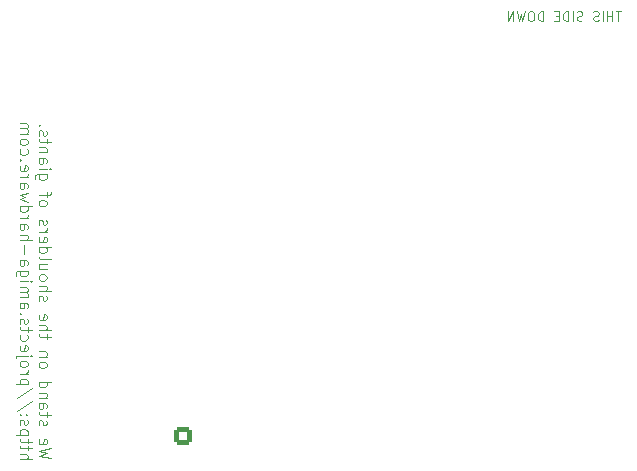
<source format=gbo>
%TF.GenerationSoftware,KiCad,Pcbnew,9.0.5-1.fc42*%
%TF.CreationDate,2025-11-09T17:28:59+08:00*%
%TF.ProjectId,JACC64-16K,4a414343-3634-42d3-9136-4b2e6b696361,rev?*%
%TF.SameCoordinates,Original*%
%TF.FileFunction,Legend,Bot*%
%TF.FilePolarity,Positive*%
%FSLAX46Y46*%
G04 Gerber Fmt 4.6, Leading zero omitted, Abs format (unit mm)*
G04 Created by KiCad (PCBNEW 9.0.5-1.fc42) date 2025-11-09 17:28:59*
%MOMM*%
%LPD*%
G01*
G04 APERTURE LIST*
G04 Aperture macros list*
%AMRoundRect*
0 Rectangle with rounded corners*
0 $1 Rounding radius*
0 $2 $3 $4 $5 $6 $7 $8 $9 X,Y pos of 4 corners*
0 Add a 4 corners polygon primitive as box body*
4,1,4,$2,$3,$4,$5,$6,$7,$8,$9,$2,$3,0*
0 Add four circle primitives for the rounded corners*
1,1,$1+$1,$2,$3*
1,1,$1+$1,$4,$5*
1,1,$1+$1,$6,$7*
1,1,$1+$1,$8,$9*
0 Add four rect primitives between the rounded corners*
20,1,$1+$1,$2,$3,$4,$5,0*
20,1,$1+$1,$4,$5,$6,$7,0*
20,1,$1+$1,$6,$7,$8,$9,0*
20,1,$1+$1,$8,$9,$2,$3,0*%
G04 Aperture macros list end*
%ADD10C,0.100000*%
%ADD11C,0.000000*%
%ADD12RoundRect,0.249999X0.850001X0.850001X-0.850001X0.850001X-0.850001X-0.850001X0.850001X-0.850001X0*%
%ADD13C,2.200000*%
%ADD14C,2.000000*%
%ADD15C,1.600000*%
%ADD16R,1.800000X1.800000*%
%ADD17C,1.800000*%
%ADD18RoundRect,0.250000X0.550000X-0.550000X0.550000X0.550000X-0.550000X0.550000X-0.550000X-0.550000X0*%
G04 APERTURE END LIST*
D10*
X169182922Y-55516570D02*
X168725779Y-55516570D01*
X168954351Y-56316570D02*
X168954351Y-55516570D01*
X168459112Y-56316570D02*
X168459112Y-55516570D01*
X168459112Y-55897522D02*
X168001969Y-55897522D01*
X168001969Y-56316570D02*
X168001969Y-55516570D01*
X167621017Y-56316570D02*
X167621017Y-55516570D01*
X167278161Y-56278475D02*
X167163875Y-56316570D01*
X167163875Y-56316570D02*
X166973399Y-56316570D01*
X166973399Y-56316570D02*
X166897208Y-56278475D01*
X166897208Y-56278475D02*
X166859113Y-56240379D01*
X166859113Y-56240379D02*
X166821018Y-56164189D01*
X166821018Y-56164189D02*
X166821018Y-56087998D01*
X166821018Y-56087998D02*
X166859113Y-56011808D01*
X166859113Y-56011808D02*
X166897208Y-55973713D01*
X166897208Y-55973713D02*
X166973399Y-55935617D01*
X166973399Y-55935617D02*
X167125780Y-55897522D01*
X167125780Y-55897522D02*
X167201970Y-55859427D01*
X167201970Y-55859427D02*
X167240065Y-55821332D01*
X167240065Y-55821332D02*
X167278161Y-55745141D01*
X167278161Y-55745141D02*
X167278161Y-55668951D01*
X167278161Y-55668951D02*
X167240065Y-55592760D01*
X167240065Y-55592760D02*
X167201970Y-55554665D01*
X167201970Y-55554665D02*
X167125780Y-55516570D01*
X167125780Y-55516570D02*
X166935303Y-55516570D01*
X166935303Y-55516570D02*
X166821018Y-55554665D01*
X165906732Y-56278475D02*
X165792446Y-56316570D01*
X165792446Y-56316570D02*
X165601970Y-56316570D01*
X165601970Y-56316570D02*
X165525779Y-56278475D01*
X165525779Y-56278475D02*
X165487684Y-56240379D01*
X165487684Y-56240379D02*
X165449589Y-56164189D01*
X165449589Y-56164189D02*
X165449589Y-56087998D01*
X165449589Y-56087998D02*
X165487684Y-56011808D01*
X165487684Y-56011808D02*
X165525779Y-55973713D01*
X165525779Y-55973713D02*
X165601970Y-55935617D01*
X165601970Y-55935617D02*
X165754351Y-55897522D01*
X165754351Y-55897522D02*
X165830541Y-55859427D01*
X165830541Y-55859427D02*
X165868636Y-55821332D01*
X165868636Y-55821332D02*
X165906732Y-55745141D01*
X165906732Y-55745141D02*
X165906732Y-55668951D01*
X165906732Y-55668951D02*
X165868636Y-55592760D01*
X165868636Y-55592760D02*
X165830541Y-55554665D01*
X165830541Y-55554665D02*
X165754351Y-55516570D01*
X165754351Y-55516570D02*
X165563874Y-55516570D01*
X165563874Y-55516570D02*
X165449589Y-55554665D01*
X165106731Y-56316570D02*
X165106731Y-55516570D01*
X164725779Y-56316570D02*
X164725779Y-55516570D01*
X164725779Y-55516570D02*
X164535303Y-55516570D01*
X164535303Y-55516570D02*
X164421017Y-55554665D01*
X164421017Y-55554665D02*
X164344827Y-55630855D01*
X164344827Y-55630855D02*
X164306732Y-55707046D01*
X164306732Y-55707046D02*
X164268636Y-55859427D01*
X164268636Y-55859427D02*
X164268636Y-55973713D01*
X164268636Y-55973713D02*
X164306732Y-56126094D01*
X164306732Y-56126094D02*
X164344827Y-56202284D01*
X164344827Y-56202284D02*
X164421017Y-56278475D01*
X164421017Y-56278475D02*
X164535303Y-56316570D01*
X164535303Y-56316570D02*
X164725779Y-56316570D01*
X163925779Y-55897522D02*
X163659113Y-55897522D01*
X163544827Y-56316570D02*
X163925779Y-56316570D01*
X163925779Y-56316570D02*
X163925779Y-55516570D01*
X163925779Y-55516570D02*
X163544827Y-55516570D01*
X162592445Y-56316570D02*
X162592445Y-55516570D01*
X162592445Y-55516570D02*
X162401969Y-55516570D01*
X162401969Y-55516570D02*
X162287683Y-55554665D01*
X162287683Y-55554665D02*
X162211493Y-55630855D01*
X162211493Y-55630855D02*
X162173398Y-55707046D01*
X162173398Y-55707046D02*
X162135302Y-55859427D01*
X162135302Y-55859427D02*
X162135302Y-55973713D01*
X162135302Y-55973713D02*
X162173398Y-56126094D01*
X162173398Y-56126094D02*
X162211493Y-56202284D01*
X162211493Y-56202284D02*
X162287683Y-56278475D01*
X162287683Y-56278475D02*
X162401969Y-56316570D01*
X162401969Y-56316570D02*
X162592445Y-56316570D01*
X161640064Y-55516570D02*
X161487683Y-55516570D01*
X161487683Y-55516570D02*
X161411493Y-55554665D01*
X161411493Y-55554665D02*
X161335302Y-55630855D01*
X161335302Y-55630855D02*
X161297207Y-55783236D01*
X161297207Y-55783236D02*
X161297207Y-56049903D01*
X161297207Y-56049903D02*
X161335302Y-56202284D01*
X161335302Y-56202284D02*
X161411493Y-56278475D01*
X161411493Y-56278475D02*
X161487683Y-56316570D01*
X161487683Y-56316570D02*
X161640064Y-56316570D01*
X161640064Y-56316570D02*
X161716255Y-56278475D01*
X161716255Y-56278475D02*
X161792445Y-56202284D01*
X161792445Y-56202284D02*
X161830541Y-56049903D01*
X161830541Y-56049903D02*
X161830541Y-55783236D01*
X161830541Y-55783236D02*
X161792445Y-55630855D01*
X161792445Y-55630855D02*
X161716255Y-55554665D01*
X161716255Y-55554665D02*
X161640064Y-55516570D01*
X161030541Y-55516570D02*
X160840065Y-56316570D01*
X160840065Y-56316570D02*
X160687684Y-55745141D01*
X160687684Y-55745141D02*
X160535303Y-56316570D01*
X160535303Y-56316570D02*
X160344827Y-55516570D01*
X160040064Y-56316570D02*
X160040064Y-55516570D01*
X160040064Y-55516570D02*
X159582921Y-56316570D01*
X159582921Y-56316570D02*
X159582921Y-55516570D01*
X120882053Y-93351134D02*
X119882053Y-93113039D01*
X119882053Y-93113039D02*
X120596339Y-92922563D01*
X120596339Y-92922563D02*
X119882053Y-92732087D01*
X119882053Y-92732087D02*
X120882053Y-92493992D01*
X119929673Y-91732087D02*
X119882053Y-91827325D01*
X119882053Y-91827325D02*
X119882053Y-92017801D01*
X119882053Y-92017801D02*
X119929673Y-92113039D01*
X119929673Y-92113039D02*
X120024911Y-92160658D01*
X120024911Y-92160658D02*
X120405863Y-92160658D01*
X120405863Y-92160658D02*
X120501101Y-92113039D01*
X120501101Y-92113039D02*
X120548720Y-92017801D01*
X120548720Y-92017801D02*
X120548720Y-91827325D01*
X120548720Y-91827325D02*
X120501101Y-91732087D01*
X120501101Y-91732087D02*
X120405863Y-91684468D01*
X120405863Y-91684468D02*
X120310625Y-91684468D01*
X120310625Y-91684468D02*
X120215387Y-92160658D01*
X119929673Y-90541610D02*
X119882053Y-90446372D01*
X119882053Y-90446372D02*
X119882053Y-90255896D01*
X119882053Y-90255896D02*
X119929673Y-90160658D01*
X119929673Y-90160658D02*
X120024911Y-90113039D01*
X120024911Y-90113039D02*
X120072530Y-90113039D01*
X120072530Y-90113039D02*
X120167768Y-90160658D01*
X120167768Y-90160658D02*
X120215387Y-90255896D01*
X120215387Y-90255896D02*
X120215387Y-90398753D01*
X120215387Y-90398753D02*
X120263006Y-90493991D01*
X120263006Y-90493991D02*
X120358244Y-90541610D01*
X120358244Y-90541610D02*
X120405863Y-90541610D01*
X120405863Y-90541610D02*
X120501101Y-90493991D01*
X120501101Y-90493991D02*
X120548720Y-90398753D01*
X120548720Y-90398753D02*
X120548720Y-90255896D01*
X120548720Y-90255896D02*
X120501101Y-90160658D01*
X120548720Y-89827324D02*
X120548720Y-89446372D01*
X120882053Y-89684467D02*
X120024911Y-89684467D01*
X120024911Y-89684467D02*
X119929673Y-89636848D01*
X119929673Y-89636848D02*
X119882053Y-89541610D01*
X119882053Y-89541610D02*
X119882053Y-89446372D01*
X119882053Y-88684467D02*
X120405863Y-88684467D01*
X120405863Y-88684467D02*
X120501101Y-88732086D01*
X120501101Y-88732086D02*
X120548720Y-88827324D01*
X120548720Y-88827324D02*
X120548720Y-89017800D01*
X120548720Y-89017800D02*
X120501101Y-89113038D01*
X119929673Y-88684467D02*
X119882053Y-88779705D01*
X119882053Y-88779705D02*
X119882053Y-89017800D01*
X119882053Y-89017800D02*
X119929673Y-89113038D01*
X119929673Y-89113038D02*
X120024911Y-89160657D01*
X120024911Y-89160657D02*
X120120149Y-89160657D01*
X120120149Y-89160657D02*
X120215387Y-89113038D01*
X120215387Y-89113038D02*
X120263006Y-89017800D01*
X120263006Y-89017800D02*
X120263006Y-88779705D01*
X120263006Y-88779705D02*
X120310625Y-88684467D01*
X120548720Y-88208276D02*
X119882053Y-88208276D01*
X120453482Y-88208276D02*
X120501101Y-88160657D01*
X120501101Y-88160657D02*
X120548720Y-88065419D01*
X120548720Y-88065419D02*
X120548720Y-87922562D01*
X120548720Y-87922562D02*
X120501101Y-87827324D01*
X120501101Y-87827324D02*
X120405863Y-87779705D01*
X120405863Y-87779705D02*
X119882053Y-87779705D01*
X119882053Y-86874943D02*
X120882053Y-86874943D01*
X119929673Y-86874943D02*
X119882053Y-86970181D01*
X119882053Y-86970181D02*
X119882053Y-87160657D01*
X119882053Y-87160657D02*
X119929673Y-87255895D01*
X119929673Y-87255895D02*
X119977292Y-87303514D01*
X119977292Y-87303514D02*
X120072530Y-87351133D01*
X120072530Y-87351133D02*
X120358244Y-87351133D01*
X120358244Y-87351133D02*
X120453482Y-87303514D01*
X120453482Y-87303514D02*
X120501101Y-87255895D01*
X120501101Y-87255895D02*
X120548720Y-87160657D01*
X120548720Y-87160657D02*
X120548720Y-86970181D01*
X120548720Y-86970181D02*
X120501101Y-86874943D01*
X119882053Y-85493990D02*
X119929673Y-85589228D01*
X119929673Y-85589228D02*
X119977292Y-85636847D01*
X119977292Y-85636847D02*
X120072530Y-85684466D01*
X120072530Y-85684466D02*
X120358244Y-85684466D01*
X120358244Y-85684466D02*
X120453482Y-85636847D01*
X120453482Y-85636847D02*
X120501101Y-85589228D01*
X120501101Y-85589228D02*
X120548720Y-85493990D01*
X120548720Y-85493990D02*
X120548720Y-85351133D01*
X120548720Y-85351133D02*
X120501101Y-85255895D01*
X120501101Y-85255895D02*
X120453482Y-85208276D01*
X120453482Y-85208276D02*
X120358244Y-85160657D01*
X120358244Y-85160657D02*
X120072530Y-85160657D01*
X120072530Y-85160657D02*
X119977292Y-85208276D01*
X119977292Y-85208276D02*
X119929673Y-85255895D01*
X119929673Y-85255895D02*
X119882053Y-85351133D01*
X119882053Y-85351133D02*
X119882053Y-85493990D01*
X120548720Y-84732085D02*
X119882053Y-84732085D01*
X120453482Y-84732085D02*
X120501101Y-84684466D01*
X120501101Y-84684466D02*
X120548720Y-84589228D01*
X120548720Y-84589228D02*
X120548720Y-84446371D01*
X120548720Y-84446371D02*
X120501101Y-84351133D01*
X120501101Y-84351133D02*
X120405863Y-84303514D01*
X120405863Y-84303514D02*
X119882053Y-84303514D01*
X120548720Y-83208275D02*
X120548720Y-82827323D01*
X120882053Y-83065418D02*
X120024911Y-83065418D01*
X120024911Y-83065418D02*
X119929673Y-83017799D01*
X119929673Y-83017799D02*
X119882053Y-82922561D01*
X119882053Y-82922561D02*
X119882053Y-82827323D01*
X119882053Y-82493989D02*
X120882053Y-82493989D01*
X119882053Y-82065418D02*
X120405863Y-82065418D01*
X120405863Y-82065418D02*
X120501101Y-82113037D01*
X120501101Y-82113037D02*
X120548720Y-82208275D01*
X120548720Y-82208275D02*
X120548720Y-82351132D01*
X120548720Y-82351132D02*
X120501101Y-82446370D01*
X120501101Y-82446370D02*
X120453482Y-82493989D01*
X119929673Y-81208275D02*
X119882053Y-81303513D01*
X119882053Y-81303513D02*
X119882053Y-81493989D01*
X119882053Y-81493989D02*
X119929673Y-81589227D01*
X119929673Y-81589227D02*
X120024911Y-81636846D01*
X120024911Y-81636846D02*
X120405863Y-81636846D01*
X120405863Y-81636846D02*
X120501101Y-81589227D01*
X120501101Y-81589227D02*
X120548720Y-81493989D01*
X120548720Y-81493989D02*
X120548720Y-81303513D01*
X120548720Y-81303513D02*
X120501101Y-81208275D01*
X120501101Y-81208275D02*
X120405863Y-81160656D01*
X120405863Y-81160656D02*
X120310625Y-81160656D01*
X120310625Y-81160656D02*
X120215387Y-81636846D01*
X119929673Y-80017798D02*
X119882053Y-79922560D01*
X119882053Y-79922560D02*
X119882053Y-79732084D01*
X119882053Y-79732084D02*
X119929673Y-79636846D01*
X119929673Y-79636846D02*
X120024911Y-79589227D01*
X120024911Y-79589227D02*
X120072530Y-79589227D01*
X120072530Y-79589227D02*
X120167768Y-79636846D01*
X120167768Y-79636846D02*
X120215387Y-79732084D01*
X120215387Y-79732084D02*
X120215387Y-79874941D01*
X120215387Y-79874941D02*
X120263006Y-79970179D01*
X120263006Y-79970179D02*
X120358244Y-80017798D01*
X120358244Y-80017798D02*
X120405863Y-80017798D01*
X120405863Y-80017798D02*
X120501101Y-79970179D01*
X120501101Y-79970179D02*
X120548720Y-79874941D01*
X120548720Y-79874941D02*
X120548720Y-79732084D01*
X120548720Y-79732084D02*
X120501101Y-79636846D01*
X119882053Y-79160655D02*
X120882053Y-79160655D01*
X119882053Y-78732084D02*
X120405863Y-78732084D01*
X120405863Y-78732084D02*
X120501101Y-78779703D01*
X120501101Y-78779703D02*
X120548720Y-78874941D01*
X120548720Y-78874941D02*
X120548720Y-79017798D01*
X120548720Y-79017798D02*
X120501101Y-79113036D01*
X120501101Y-79113036D02*
X120453482Y-79160655D01*
X119882053Y-78113036D02*
X119929673Y-78208274D01*
X119929673Y-78208274D02*
X119977292Y-78255893D01*
X119977292Y-78255893D02*
X120072530Y-78303512D01*
X120072530Y-78303512D02*
X120358244Y-78303512D01*
X120358244Y-78303512D02*
X120453482Y-78255893D01*
X120453482Y-78255893D02*
X120501101Y-78208274D01*
X120501101Y-78208274D02*
X120548720Y-78113036D01*
X120548720Y-78113036D02*
X120548720Y-77970179D01*
X120548720Y-77970179D02*
X120501101Y-77874941D01*
X120501101Y-77874941D02*
X120453482Y-77827322D01*
X120453482Y-77827322D02*
X120358244Y-77779703D01*
X120358244Y-77779703D02*
X120072530Y-77779703D01*
X120072530Y-77779703D02*
X119977292Y-77827322D01*
X119977292Y-77827322D02*
X119929673Y-77874941D01*
X119929673Y-77874941D02*
X119882053Y-77970179D01*
X119882053Y-77970179D02*
X119882053Y-78113036D01*
X120548720Y-76922560D02*
X119882053Y-76922560D01*
X120548720Y-77351131D02*
X120024911Y-77351131D01*
X120024911Y-77351131D02*
X119929673Y-77303512D01*
X119929673Y-77303512D02*
X119882053Y-77208274D01*
X119882053Y-77208274D02*
X119882053Y-77065417D01*
X119882053Y-77065417D02*
X119929673Y-76970179D01*
X119929673Y-76970179D02*
X119977292Y-76922560D01*
X119882053Y-76303512D02*
X119929673Y-76398750D01*
X119929673Y-76398750D02*
X120024911Y-76446369D01*
X120024911Y-76446369D02*
X120882053Y-76446369D01*
X119882053Y-75493988D02*
X120882053Y-75493988D01*
X119929673Y-75493988D02*
X119882053Y-75589226D01*
X119882053Y-75589226D02*
X119882053Y-75779702D01*
X119882053Y-75779702D02*
X119929673Y-75874940D01*
X119929673Y-75874940D02*
X119977292Y-75922559D01*
X119977292Y-75922559D02*
X120072530Y-75970178D01*
X120072530Y-75970178D02*
X120358244Y-75970178D01*
X120358244Y-75970178D02*
X120453482Y-75922559D01*
X120453482Y-75922559D02*
X120501101Y-75874940D01*
X120501101Y-75874940D02*
X120548720Y-75779702D01*
X120548720Y-75779702D02*
X120548720Y-75589226D01*
X120548720Y-75589226D02*
X120501101Y-75493988D01*
X119929673Y-74636845D02*
X119882053Y-74732083D01*
X119882053Y-74732083D02*
X119882053Y-74922559D01*
X119882053Y-74922559D02*
X119929673Y-75017797D01*
X119929673Y-75017797D02*
X120024911Y-75065416D01*
X120024911Y-75065416D02*
X120405863Y-75065416D01*
X120405863Y-75065416D02*
X120501101Y-75017797D01*
X120501101Y-75017797D02*
X120548720Y-74922559D01*
X120548720Y-74922559D02*
X120548720Y-74732083D01*
X120548720Y-74732083D02*
X120501101Y-74636845D01*
X120501101Y-74636845D02*
X120405863Y-74589226D01*
X120405863Y-74589226D02*
X120310625Y-74589226D01*
X120310625Y-74589226D02*
X120215387Y-75065416D01*
X119882053Y-74160654D02*
X120548720Y-74160654D01*
X120358244Y-74160654D02*
X120453482Y-74113035D01*
X120453482Y-74113035D02*
X120501101Y-74065416D01*
X120501101Y-74065416D02*
X120548720Y-73970178D01*
X120548720Y-73970178D02*
X120548720Y-73874940D01*
X119929673Y-73589225D02*
X119882053Y-73493987D01*
X119882053Y-73493987D02*
X119882053Y-73303511D01*
X119882053Y-73303511D02*
X119929673Y-73208273D01*
X119929673Y-73208273D02*
X120024911Y-73160654D01*
X120024911Y-73160654D02*
X120072530Y-73160654D01*
X120072530Y-73160654D02*
X120167768Y-73208273D01*
X120167768Y-73208273D02*
X120215387Y-73303511D01*
X120215387Y-73303511D02*
X120215387Y-73446368D01*
X120215387Y-73446368D02*
X120263006Y-73541606D01*
X120263006Y-73541606D02*
X120358244Y-73589225D01*
X120358244Y-73589225D02*
X120405863Y-73589225D01*
X120405863Y-73589225D02*
X120501101Y-73541606D01*
X120501101Y-73541606D02*
X120548720Y-73446368D01*
X120548720Y-73446368D02*
X120548720Y-73303511D01*
X120548720Y-73303511D02*
X120501101Y-73208273D01*
X119882053Y-71827320D02*
X119929673Y-71922558D01*
X119929673Y-71922558D02*
X119977292Y-71970177D01*
X119977292Y-71970177D02*
X120072530Y-72017796D01*
X120072530Y-72017796D02*
X120358244Y-72017796D01*
X120358244Y-72017796D02*
X120453482Y-71970177D01*
X120453482Y-71970177D02*
X120501101Y-71922558D01*
X120501101Y-71922558D02*
X120548720Y-71827320D01*
X120548720Y-71827320D02*
X120548720Y-71684463D01*
X120548720Y-71684463D02*
X120501101Y-71589225D01*
X120501101Y-71589225D02*
X120453482Y-71541606D01*
X120453482Y-71541606D02*
X120358244Y-71493987D01*
X120358244Y-71493987D02*
X120072530Y-71493987D01*
X120072530Y-71493987D02*
X119977292Y-71541606D01*
X119977292Y-71541606D02*
X119929673Y-71589225D01*
X119929673Y-71589225D02*
X119882053Y-71684463D01*
X119882053Y-71684463D02*
X119882053Y-71827320D01*
X120548720Y-71208272D02*
X120548720Y-70827320D01*
X119882053Y-71065415D02*
X120739196Y-71065415D01*
X120739196Y-71065415D02*
X120834434Y-71017796D01*
X120834434Y-71017796D02*
X120882053Y-70922558D01*
X120882053Y-70922558D02*
X120882053Y-70827320D01*
X120548720Y-69303510D02*
X119739196Y-69303510D01*
X119739196Y-69303510D02*
X119643958Y-69351129D01*
X119643958Y-69351129D02*
X119596339Y-69398748D01*
X119596339Y-69398748D02*
X119548720Y-69493986D01*
X119548720Y-69493986D02*
X119548720Y-69636843D01*
X119548720Y-69636843D02*
X119596339Y-69732081D01*
X119929673Y-69303510D02*
X119882053Y-69398748D01*
X119882053Y-69398748D02*
X119882053Y-69589224D01*
X119882053Y-69589224D02*
X119929673Y-69684462D01*
X119929673Y-69684462D02*
X119977292Y-69732081D01*
X119977292Y-69732081D02*
X120072530Y-69779700D01*
X120072530Y-69779700D02*
X120358244Y-69779700D01*
X120358244Y-69779700D02*
X120453482Y-69732081D01*
X120453482Y-69732081D02*
X120501101Y-69684462D01*
X120501101Y-69684462D02*
X120548720Y-69589224D01*
X120548720Y-69589224D02*
X120548720Y-69398748D01*
X120548720Y-69398748D02*
X120501101Y-69303510D01*
X119882053Y-68827319D02*
X120548720Y-68827319D01*
X120882053Y-68827319D02*
X120834434Y-68874938D01*
X120834434Y-68874938D02*
X120786815Y-68827319D01*
X120786815Y-68827319D02*
X120834434Y-68779700D01*
X120834434Y-68779700D02*
X120882053Y-68827319D01*
X120882053Y-68827319D02*
X120786815Y-68827319D01*
X119882053Y-67922558D02*
X120405863Y-67922558D01*
X120405863Y-67922558D02*
X120501101Y-67970177D01*
X120501101Y-67970177D02*
X120548720Y-68065415D01*
X120548720Y-68065415D02*
X120548720Y-68255891D01*
X120548720Y-68255891D02*
X120501101Y-68351129D01*
X119929673Y-67922558D02*
X119882053Y-68017796D01*
X119882053Y-68017796D02*
X119882053Y-68255891D01*
X119882053Y-68255891D02*
X119929673Y-68351129D01*
X119929673Y-68351129D02*
X120024911Y-68398748D01*
X120024911Y-68398748D02*
X120120149Y-68398748D01*
X120120149Y-68398748D02*
X120215387Y-68351129D01*
X120215387Y-68351129D02*
X120263006Y-68255891D01*
X120263006Y-68255891D02*
X120263006Y-68017796D01*
X120263006Y-68017796D02*
X120310625Y-67922558D01*
X120548720Y-67446367D02*
X119882053Y-67446367D01*
X120453482Y-67446367D02*
X120501101Y-67398748D01*
X120501101Y-67398748D02*
X120548720Y-67303510D01*
X120548720Y-67303510D02*
X120548720Y-67160653D01*
X120548720Y-67160653D02*
X120501101Y-67065415D01*
X120501101Y-67065415D02*
X120405863Y-67017796D01*
X120405863Y-67017796D02*
X119882053Y-67017796D01*
X120548720Y-66684462D02*
X120548720Y-66303510D01*
X120882053Y-66541605D02*
X120024911Y-66541605D01*
X120024911Y-66541605D02*
X119929673Y-66493986D01*
X119929673Y-66493986D02*
X119882053Y-66398748D01*
X119882053Y-66398748D02*
X119882053Y-66303510D01*
X119929673Y-66017795D02*
X119882053Y-65922557D01*
X119882053Y-65922557D02*
X119882053Y-65732081D01*
X119882053Y-65732081D02*
X119929673Y-65636843D01*
X119929673Y-65636843D02*
X120024911Y-65589224D01*
X120024911Y-65589224D02*
X120072530Y-65589224D01*
X120072530Y-65589224D02*
X120167768Y-65636843D01*
X120167768Y-65636843D02*
X120215387Y-65732081D01*
X120215387Y-65732081D02*
X120215387Y-65874938D01*
X120215387Y-65874938D02*
X120263006Y-65970176D01*
X120263006Y-65970176D02*
X120358244Y-66017795D01*
X120358244Y-66017795D02*
X120405863Y-66017795D01*
X120405863Y-66017795D02*
X120501101Y-65970176D01*
X120501101Y-65970176D02*
X120548720Y-65874938D01*
X120548720Y-65874938D02*
X120548720Y-65732081D01*
X120548720Y-65732081D02*
X120501101Y-65636843D01*
X119977292Y-65160652D02*
X119929673Y-65113033D01*
X119929673Y-65113033D02*
X119882053Y-65160652D01*
X119882053Y-65160652D02*
X119929673Y-65208271D01*
X119929673Y-65208271D02*
X119977292Y-65160652D01*
X119977292Y-65160652D02*
X119882053Y-65160652D01*
X118272109Y-93422560D02*
X119272109Y-93422560D01*
X118272109Y-92993989D02*
X118795919Y-92993989D01*
X118795919Y-92993989D02*
X118891157Y-93041608D01*
X118891157Y-93041608D02*
X118938776Y-93136846D01*
X118938776Y-93136846D02*
X118938776Y-93279703D01*
X118938776Y-93279703D02*
X118891157Y-93374941D01*
X118891157Y-93374941D02*
X118843538Y-93422560D01*
X118938776Y-92660655D02*
X118938776Y-92279703D01*
X119272109Y-92517798D02*
X118414967Y-92517798D01*
X118414967Y-92517798D02*
X118319729Y-92470179D01*
X118319729Y-92470179D02*
X118272109Y-92374941D01*
X118272109Y-92374941D02*
X118272109Y-92279703D01*
X118938776Y-92089226D02*
X118938776Y-91708274D01*
X119272109Y-91946369D02*
X118414967Y-91946369D01*
X118414967Y-91946369D02*
X118319729Y-91898750D01*
X118319729Y-91898750D02*
X118272109Y-91803512D01*
X118272109Y-91803512D02*
X118272109Y-91708274D01*
X118938776Y-91374940D02*
X117938776Y-91374940D01*
X118891157Y-91374940D02*
X118938776Y-91279702D01*
X118938776Y-91279702D02*
X118938776Y-91089226D01*
X118938776Y-91089226D02*
X118891157Y-90993988D01*
X118891157Y-90993988D02*
X118843538Y-90946369D01*
X118843538Y-90946369D02*
X118748300Y-90898750D01*
X118748300Y-90898750D02*
X118462586Y-90898750D01*
X118462586Y-90898750D02*
X118367348Y-90946369D01*
X118367348Y-90946369D02*
X118319729Y-90993988D01*
X118319729Y-90993988D02*
X118272109Y-91089226D01*
X118272109Y-91089226D02*
X118272109Y-91279702D01*
X118272109Y-91279702D02*
X118319729Y-91374940D01*
X118319729Y-90517797D02*
X118272109Y-90422559D01*
X118272109Y-90422559D02*
X118272109Y-90232083D01*
X118272109Y-90232083D02*
X118319729Y-90136845D01*
X118319729Y-90136845D02*
X118414967Y-90089226D01*
X118414967Y-90089226D02*
X118462586Y-90089226D01*
X118462586Y-90089226D02*
X118557824Y-90136845D01*
X118557824Y-90136845D02*
X118605443Y-90232083D01*
X118605443Y-90232083D02*
X118605443Y-90374940D01*
X118605443Y-90374940D02*
X118653062Y-90470178D01*
X118653062Y-90470178D02*
X118748300Y-90517797D01*
X118748300Y-90517797D02*
X118795919Y-90517797D01*
X118795919Y-90517797D02*
X118891157Y-90470178D01*
X118891157Y-90470178D02*
X118938776Y-90374940D01*
X118938776Y-90374940D02*
X118938776Y-90232083D01*
X118938776Y-90232083D02*
X118891157Y-90136845D01*
X118367348Y-89660654D02*
X118319729Y-89613035D01*
X118319729Y-89613035D02*
X118272109Y-89660654D01*
X118272109Y-89660654D02*
X118319729Y-89708273D01*
X118319729Y-89708273D02*
X118367348Y-89660654D01*
X118367348Y-89660654D02*
X118272109Y-89660654D01*
X118891157Y-89660654D02*
X118843538Y-89613035D01*
X118843538Y-89613035D02*
X118795919Y-89660654D01*
X118795919Y-89660654D02*
X118843538Y-89708273D01*
X118843538Y-89708273D02*
X118891157Y-89660654D01*
X118891157Y-89660654D02*
X118795919Y-89660654D01*
X119319729Y-88470179D02*
X118034014Y-89327321D01*
X119319729Y-87422560D02*
X118034014Y-88279702D01*
X118938776Y-87089226D02*
X117938776Y-87089226D01*
X118891157Y-87089226D02*
X118938776Y-86993988D01*
X118938776Y-86993988D02*
X118938776Y-86803512D01*
X118938776Y-86803512D02*
X118891157Y-86708274D01*
X118891157Y-86708274D02*
X118843538Y-86660655D01*
X118843538Y-86660655D02*
X118748300Y-86613036D01*
X118748300Y-86613036D02*
X118462586Y-86613036D01*
X118462586Y-86613036D02*
X118367348Y-86660655D01*
X118367348Y-86660655D02*
X118319729Y-86708274D01*
X118319729Y-86708274D02*
X118272109Y-86803512D01*
X118272109Y-86803512D02*
X118272109Y-86993988D01*
X118272109Y-86993988D02*
X118319729Y-87089226D01*
X118272109Y-86184464D02*
X118938776Y-86184464D01*
X118748300Y-86184464D02*
X118843538Y-86136845D01*
X118843538Y-86136845D02*
X118891157Y-86089226D01*
X118891157Y-86089226D02*
X118938776Y-85993988D01*
X118938776Y-85993988D02*
X118938776Y-85898750D01*
X118272109Y-85422559D02*
X118319729Y-85517797D01*
X118319729Y-85517797D02*
X118367348Y-85565416D01*
X118367348Y-85565416D02*
X118462586Y-85613035D01*
X118462586Y-85613035D02*
X118748300Y-85613035D01*
X118748300Y-85613035D02*
X118843538Y-85565416D01*
X118843538Y-85565416D02*
X118891157Y-85517797D01*
X118891157Y-85517797D02*
X118938776Y-85422559D01*
X118938776Y-85422559D02*
X118938776Y-85279702D01*
X118938776Y-85279702D02*
X118891157Y-85184464D01*
X118891157Y-85184464D02*
X118843538Y-85136845D01*
X118843538Y-85136845D02*
X118748300Y-85089226D01*
X118748300Y-85089226D02*
X118462586Y-85089226D01*
X118462586Y-85089226D02*
X118367348Y-85136845D01*
X118367348Y-85136845D02*
X118319729Y-85184464D01*
X118319729Y-85184464D02*
X118272109Y-85279702D01*
X118272109Y-85279702D02*
X118272109Y-85422559D01*
X118938776Y-84660654D02*
X118081633Y-84660654D01*
X118081633Y-84660654D02*
X117986395Y-84708273D01*
X117986395Y-84708273D02*
X117938776Y-84803511D01*
X117938776Y-84803511D02*
X117938776Y-84851130D01*
X119272109Y-84660654D02*
X119224490Y-84708273D01*
X119224490Y-84708273D02*
X119176871Y-84660654D01*
X119176871Y-84660654D02*
X119224490Y-84613035D01*
X119224490Y-84613035D02*
X119272109Y-84660654D01*
X119272109Y-84660654D02*
X119176871Y-84660654D01*
X118319729Y-83803512D02*
X118272109Y-83898750D01*
X118272109Y-83898750D02*
X118272109Y-84089226D01*
X118272109Y-84089226D02*
X118319729Y-84184464D01*
X118319729Y-84184464D02*
X118414967Y-84232083D01*
X118414967Y-84232083D02*
X118795919Y-84232083D01*
X118795919Y-84232083D02*
X118891157Y-84184464D01*
X118891157Y-84184464D02*
X118938776Y-84089226D01*
X118938776Y-84089226D02*
X118938776Y-83898750D01*
X118938776Y-83898750D02*
X118891157Y-83803512D01*
X118891157Y-83803512D02*
X118795919Y-83755893D01*
X118795919Y-83755893D02*
X118700681Y-83755893D01*
X118700681Y-83755893D02*
X118605443Y-84232083D01*
X118319729Y-82898750D02*
X118272109Y-82993988D01*
X118272109Y-82993988D02*
X118272109Y-83184464D01*
X118272109Y-83184464D02*
X118319729Y-83279702D01*
X118319729Y-83279702D02*
X118367348Y-83327321D01*
X118367348Y-83327321D02*
X118462586Y-83374940D01*
X118462586Y-83374940D02*
X118748300Y-83374940D01*
X118748300Y-83374940D02*
X118843538Y-83327321D01*
X118843538Y-83327321D02*
X118891157Y-83279702D01*
X118891157Y-83279702D02*
X118938776Y-83184464D01*
X118938776Y-83184464D02*
X118938776Y-82993988D01*
X118938776Y-82993988D02*
X118891157Y-82898750D01*
X118938776Y-82613035D02*
X118938776Y-82232083D01*
X119272109Y-82470178D02*
X118414967Y-82470178D01*
X118414967Y-82470178D02*
X118319729Y-82422559D01*
X118319729Y-82422559D02*
X118272109Y-82327321D01*
X118272109Y-82327321D02*
X118272109Y-82232083D01*
X118319729Y-81946368D02*
X118272109Y-81851130D01*
X118272109Y-81851130D02*
X118272109Y-81660654D01*
X118272109Y-81660654D02*
X118319729Y-81565416D01*
X118319729Y-81565416D02*
X118414967Y-81517797D01*
X118414967Y-81517797D02*
X118462586Y-81517797D01*
X118462586Y-81517797D02*
X118557824Y-81565416D01*
X118557824Y-81565416D02*
X118605443Y-81660654D01*
X118605443Y-81660654D02*
X118605443Y-81803511D01*
X118605443Y-81803511D02*
X118653062Y-81898749D01*
X118653062Y-81898749D02*
X118748300Y-81946368D01*
X118748300Y-81946368D02*
X118795919Y-81946368D01*
X118795919Y-81946368D02*
X118891157Y-81898749D01*
X118891157Y-81898749D02*
X118938776Y-81803511D01*
X118938776Y-81803511D02*
X118938776Y-81660654D01*
X118938776Y-81660654D02*
X118891157Y-81565416D01*
X118367348Y-81089225D02*
X118319729Y-81041606D01*
X118319729Y-81041606D02*
X118272109Y-81089225D01*
X118272109Y-81089225D02*
X118319729Y-81136844D01*
X118319729Y-81136844D02*
X118367348Y-81089225D01*
X118367348Y-81089225D02*
X118272109Y-81089225D01*
X118272109Y-80184464D02*
X118795919Y-80184464D01*
X118795919Y-80184464D02*
X118891157Y-80232083D01*
X118891157Y-80232083D02*
X118938776Y-80327321D01*
X118938776Y-80327321D02*
X118938776Y-80517797D01*
X118938776Y-80517797D02*
X118891157Y-80613035D01*
X118319729Y-80184464D02*
X118272109Y-80279702D01*
X118272109Y-80279702D02*
X118272109Y-80517797D01*
X118272109Y-80517797D02*
X118319729Y-80613035D01*
X118319729Y-80613035D02*
X118414967Y-80660654D01*
X118414967Y-80660654D02*
X118510205Y-80660654D01*
X118510205Y-80660654D02*
X118605443Y-80613035D01*
X118605443Y-80613035D02*
X118653062Y-80517797D01*
X118653062Y-80517797D02*
X118653062Y-80279702D01*
X118653062Y-80279702D02*
X118700681Y-80184464D01*
X118272109Y-79708273D02*
X118938776Y-79708273D01*
X118843538Y-79708273D02*
X118891157Y-79660654D01*
X118891157Y-79660654D02*
X118938776Y-79565416D01*
X118938776Y-79565416D02*
X118938776Y-79422559D01*
X118938776Y-79422559D02*
X118891157Y-79327321D01*
X118891157Y-79327321D02*
X118795919Y-79279702D01*
X118795919Y-79279702D02*
X118272109Y-79279702D01*
X118795919Y-79279702D02*
X118891157Y-79232083D01*
X118891157Y-79232083D02*
X118938776Y-79136845D01*
X118938776Y-79136845D02*
X118938776Y-78993988D01*
X118938776Y-78993988D02*
X118891157Y-78898749D01*
X118891157Y-78898749D02*
X118795919Y-78851130D01*
X118795919Y-78851130D02*
X118272109Y-78851130D01*
X118272109Y-78374940D02*
X118938776Y-78374940D01*
X119272109Y-78374940D02*
X119224490Y-78422559D01*
X119224490Y-78422559D02*
X119176871Y-78374940D01*
X119176871Y-78374940D02*
X119224490Y-78327321D01*
X119224490Y-78327321D02*
X119272109Y-78374940D01*
X119272109Y-78374940D02*
X119176871Y-78374940D01*
X118938776Y-77470179D02*
X118129252Y-77470179D01*
X118129252Y-77470179D02*
X118034014Y-77517798D01*
X118034014Y-77517798D02*
X117986395Y-77565417D01*
X117986395Y-77565417D02*
X117938776Y-77660655D01*
X117938776Y-77660655D02*
X117938776Y-77803512D01*
X117938776Y-77803512D02*
X117986395Y-77898750D01*
X118319729Y-77470179D02*
X118272109Y-77565417D01*
X118272109Y-77565417D02*
X118272109Y-77755893D01*
X118272109Y-77755893D02*
X118319729Y-77851131D01*
X118319729Y-77851131D02*
X118367348Y-77898750D01*
X118367348Y-77898750D02*
X118462586Y-77946369D01*
X118462586Y-77946369D02*
X118748300Y-77946369D01*
X118748300Y-77946369D02*
X118843538Y-77898750D01*
X118843538Y-77898750D02*
X118891157Y-77851131D01*
X118891157Y-77851131D02*
X118938776Y-77755893D01*
X118938776Y-77755893D02*
X118938776Y-77565417D01*
X118938776Y-77565417D02*
X118891157Y-77470179D01*
X118272109Y-76565417D02*
X118795919Y-76565417D01*
X118795919Y-76565417D02*
X118891157Y-76613036D01*
X118891157Y-76613036D02*
X118938776Y-76708274D01*
X118938776Y-76708274D02*
X118938776Y-76898750D01*
X118938776Y-76898750D02*
X118891157Y-76993988D01*
X118319729Y-76565417D02*
X118272109Y-76660655D01*
X118272109Y-76660655D02*
X118272109Y-76898750D01*
X118272109Y-76898750D02*
X118319729Y-76993988D01*
X118319729Y-76993988D02*
X118414967Y-77041607D01*
X118414967Y-77041607D02*
X118510205Y-77041607D01*
X118510205Y-77041607D02*
X118605443Y-76993988D01*
X118605443Y-76993988D02*
X118653062Y-76898750D01*
X118653062Y-76898750D02*
X118653062Y-76660655D01*
X118653062Y-76660655D02*
X118700681Y-76565417D01*
X118653062Y-76089226D02*
X118653062Y-75327322D01*
X118272109Y-74851131D02*
X119272109Y-74851131D01*
X118272109Y-74422560D02*
X118795919Y-74422560D01*
X118795919Y-74422560D02*
X118891157Y-74470179D01*
X118891157Y-74470179D02*
X118938776Y-74565417D01*
X118938776Y-74565417D02*
X118938776Y-74708274D01*
X118938776Y-74708274D02*
X118891157Y-74803512D01*
X118891157Y-74803512D02*
X118843538Y-74851131D01*
X118272109Y-73517798D02*
X118795919Y-73517798D01*
X118795919Y-73517798D02*
X118891157Y-73565417D01*
X118891157Y-73565417D02*
X118938776Y-73660655D01*
X118938776Y-73660655D02*
X118938776Y-73851131D01*
X118938776Y-73851131D02*
X118891157Y-73946369D01*
X118319729Y-73517798D02*
X118272109Y-73613036D01*
X118272109Y-73613036D02*
X118272109Y-73851131D01*
X118272109Y-73851131D02*
X118319729Y-73946369D01*
X118319729Y-73946369D02*
X118414967Y-73993988D01*
X118414967Y-73993988D02*
X118510205Y-73993988D01*
X118510205Y-73993988D02*
X118605443Y-73946369D01*
X118605443Y-73946369D02*
X118653062Y-73851131D01*
X118653062Y-73851131D02*
X118653062Y-73613036D01*
X118653062Y-73613036D02*
X118700681Y-73517798D01*
X118272109Y-73041607D02*
X118938776Y-73041607D01*
X118748300Y-73041607D02*
X118843538Y-72993988D01*
X118843538Y-72993988D02*
X118891157Y-72946369D01*
X118891157Y-72946369D02*
X118938776Y-72851131D01*
X118938776Y-72851131D02*
X118938776Y-72755893D01*
X118272109Y-71993988D02*
X119272109Y-71993988D01*
X118319729Y-71993988D02*
X118272109Y-72089226D01*
X118272109Y-72089226D02*
X118272109Y-72279702D01*
X118272109Y-72279702D02*
X118319729Y-72374940D01*
X118319729Y-72374940D02*
X118367348Y-72422559D01*
X118367348Y-72422559D02*
X118462586Y-72470178D01*
X118462586Y-72470178D02*
X118748300Y-72470178D01*
X118748300Y-72470178D02*
X118843538Y-72422559D01*
X118843538Y-72422559D02*
X118891157Y-72374940D01*
X118891157Y-72374940D02*
X118938776Y-72279702D01*
X118938776Y-72279702D02*
X118938776Y-72089226D01*
X118938776Y-72089226D02*
X118891157Y-71993988D01*
X118938776Y-71613035D02*
X118272109Y-71422559D01*
X118272109Y-71422559D02*
X118748300Y-71232083D01*
X118748300Y-71232083D02*
X118272109Y-71041607D01*
X118272109Y-71041607D02*
X118938776Y-70851131D01*
X118272109Y-70041607D02*
X118795919Y-70041607D01*
X118795919Y-70041607D02*
X118891157Y-70089226D01*
X118891157Y-70089226D02*
X118938776Y-70184464D01*
X118938776Y-70184464D02*
X118938776Y-70374940D01*
X118938776Y-70374940D02*
X118891157Y-70470178D01*
X118319729Y-70041607D02*
X118272109Y-70136845D01*
X118272109Y-70136845D02*
X118272109Y-70374940D01*
X118272109Y-70374940D02*
X118319729Y-70470178D01*
X118319729Y-70470178D02*
X118414967Y-70517797D01*
X118414967Y-70517797D02*
X118510205Y-70517797D01*
X118510205Y-70517797D02*
X118605443Y-70470178D01*
X118605443Y-70470178D02*
X118653062Y-70374940D01*
X118653062Y-70374940D02*
X118653062Y-70136845D01*
X118653062Y-70136845D02*
X118700681Y-70041607D01*
X118272109Y-69565416D02*
X118938776Y-69565416D01*
X118748300Y-69565416D02*
X118843538Y-69517797D01*
X118843538Y-69517797D02*
X118891157Y-69470178D01*
X118891157Y-69470178D02*
X118938776Y-69374940D01*
X118938776Y-69374940D02*
X118938776Y-69279702D01*
X118319729Y-68565416D02*
X118272109Y-68660654D01*
X118272109Y-68660654D02*
X118272109Y-68851130D01*
X118272109Y-68851130D02*
X118319729Y-68946368D01*
X118319729Y-68946368D02*
X118414967Y-68993987D01*
X118414967Y-68993987D02*
X118795919Y-68993987D01*
X118795919Y-68993987D02*
X118891157Y-68946368D01*
X118891157Y-68946368D02*
X118938776Y-68851130D01*
X118938776Y-68851130D02*
X118938776Y-68660654D01*
X118938776Y-68660654D02*
X118891157Y-68565416D01*
X118891157Y-68565416D02*
X118795919Y-68517797D01*
X118795919Y-68517797D02*
X118700681Y-68517797D01*
X118700681Y-68517797D02*
X118605443Y-68993987D01*
X118367348Y-68089225D02*
X118319729Y-68041606D01*
X118319729Y-68041606D02*
X118272109Y-68089225D01*
X118272109Y-68089225D02*
X118319729Y-68136844D01*
X118319729Y-68136844D02*
X118367348Y-68089225D01*
X118367348Y-68089225D02*
X118272109Y-68089225D01*
X118319729Y-67184464D02*
X118272109Y-67279702D01*
X118272109Y-67279702D02*
X118272109Y-67470178D01*
X118272109Y-67470178D02*
X118319729Y-67565416D01*
X118319729Y-67565416D02*
X118367348Y-67613035D01*
X118367348Y-67613035D02*
X118462586Y-67660654D01*
X118462586Y-67660654D02*
X118748300Y-67660654D01*
X118748300Y-67660654D02*
X118843538Y-67613035D01*
X118843538Y-67613035D02*
X118891157Y-67565416D01*
X118891157Y-67565416D02*
X118938776Y-67470178D01*
X118938776Y-67470178D02*
X118938776Y-67279702D01*
X118938776Y-67279702D02*
X118891157Y-67184464D01*
X118272109Y-66613035D02*
X118319729Y-66708273D01*
X118319729Y-66708273D02*
X118367348Y-66755892D01*
X118367348Y-66755892D02*
X118462586Y-66803511D01*
X118462586Y-66803511D02*
X118748300Y-66803511D01*
X118748300Y-66803511D02*
X118843538Y-66755892D01*
X118843538Y-66755892D02*
X118891157Y-66708273D01*
X118891157Y-66708273D02*
X118938776Y-66613035D01*
X118938776Y-66613035D02*
X118938776Y-66470178D01*
X118938776Y-66470178D02*
X118891157Y-66374940D01*
X118891157Y-66374940D02*
X118843538Y-66327321D01*
X118843538Y-66327321D02*
X118748300Y-66279702D01*
X118748300Y-66279702D02*
X118462586Y-66279702D01*
X118462586Y-66279702D02*
X118367348Y-66327321D01*
X118367348Y-66327321D02*
X118319729Y-66374940D01*
X118319729Y-66374940D02*
X118272109Y-66470178D01*
X118272109Y-66470178D02*
X118272109Y-66613035D01*
X118272109Y-65851130D02*
X118938776Y-65851130D01*
X118843538Y-65851130D02*
X118891157Y-65803511D01*
X118891157Y-65803511D02*
X118938776Y-65708273D01*
X118938776Y-65708273D02*
X118938776Y-65565416D01*
X118938776Y-65565416D02*
X118891157Y-65470178D01*
X118891157Y-65470178D02*
X118795919Y-65422559D01*
X118795919Y-65422559D02*
X118272109Y-65422559D01*
X118795919Y-65422559D02*
X118891157Y-65374940D01*
X118891157Y-65374940D02*
X118938776Y-65279702D01*
X118938776Y-65279702D02*
X118938776Y-65136845D01*
X118938776Y-65136845D02*
X118891157Y-65041606D01*
X118891157Y-65041606D02*
X118795919Y-64993987D01*
X118795919Y-64993987D02*
X118272109Y-64993987D01*
%LPC*%
D11*
%TO.C,CN1*%
G36*
X171196000Y-140970000D02*
G01*
X113284000Y-140970000D01*
X113284000Y-129540000D01*
X171196000Y-129540000D01*
X171196000Y-140970000D01*
G37*
%TD*%
D12*
%TO.C,D1*%
X124460000Y-109220000D03*
D13*
X116840000Y-109220000D03*
%TD*%
D14*
%TO.C,SW1*%
X165810000Y-65750000D03*
X159310000Y-65750000D03*
X165810000Y-61250000D03*
X159310000Y-61250000D03*
%TD*%
D15*
%TO.C,R2*%
X124460000Y-63500000D03*
X134620000Y-63500000D03*
%TD*%
%TO.C,C1*%
X127075800Y-82411100D03*
X127075800Y-84911100D03*
%TD*%
%TO.C,R1*%
X115570000Y-101600000D03*
X125730000Y-101600000D03*
%TD*%
D16*
%TO.C,D3*%
X151075944Y-63500000D03*
D17*
X148535944Y-63500000D03*
%TD*%
D12*
%TO.C,D2*%
X124460000Y-116840000D03*
D13*
X116840000Y-116840000D03*
%TD*%
D18*
%TO.C,U1*%
X132080000Y-91440000D03*
D15*
X134620000Y-91440000D03*
X137160000Y-91440000D03*
X139700000Y-91440000D03*
X142240000Y-91440000D03*
X144780000Y-91440000D03*
X147320000Y-91440000D03*
X149860000Y-91440000D03*
X152400000Y-91440000D03*
X154940000Y-91440000D03*
X157480000Y-91440000D03*
X160020000Y-91440000D03*
X162560000Y-91440000D03*
X165100000Y-91440000D03*
X165100000Y-76200000D03*
X162560000Y-76200000D03*
X160020000Y-76200000D03*
X157480000Y-76200000D03*
X154940000Y-76200000D03*
X152400000Y-76200000D03*
X149860000Y-76200000D03*
X147320000Y-76200000D03*
X144780000Y-76200000D03*
X142240000Y-76200000D03*
X139700000Y-76200000D03*
X137160000Y-76200000D03*
X134620000Y-76200000D03*
X132080000Y-76200000D03*
%TD*%
%LPD*%
M02*

</source>
